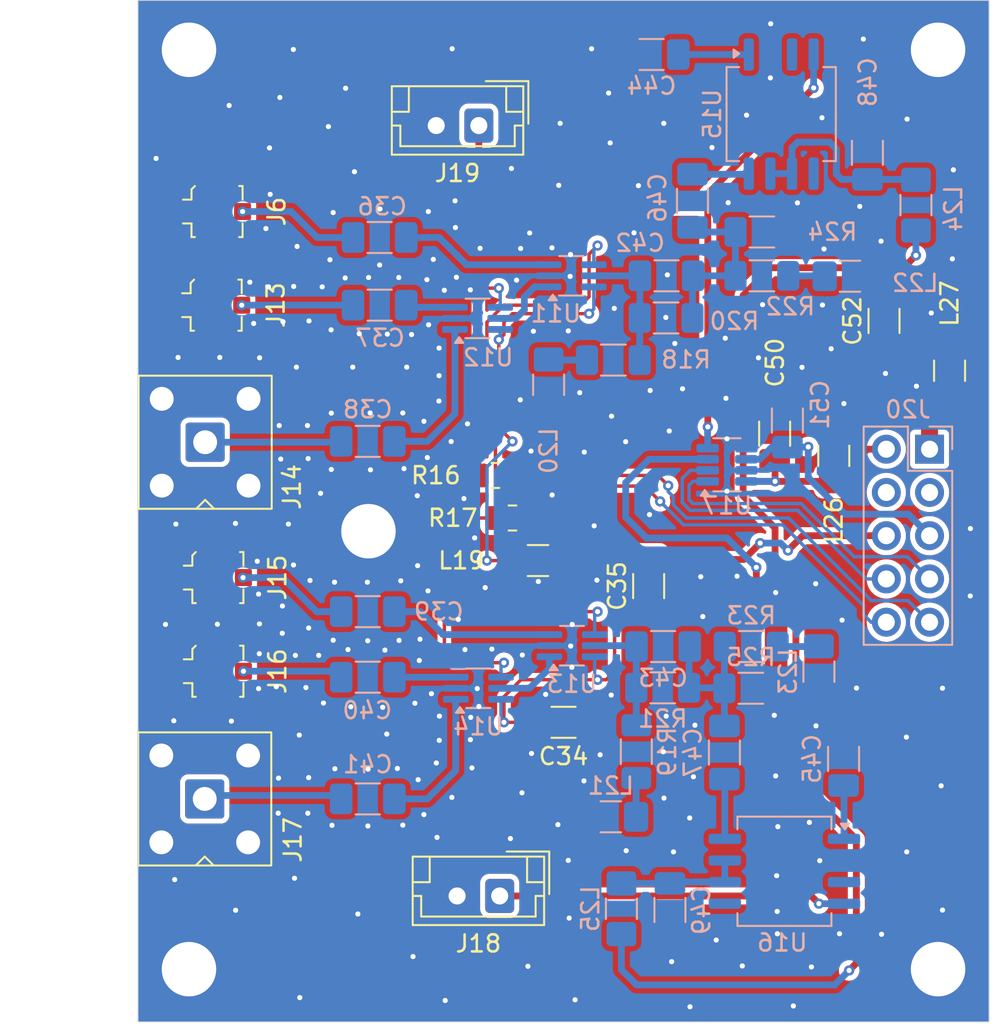
<source format=kicad_pcb>
(kicad_pcb (version 20240108) (generator "pcbnew") (generator_version "8.0")
  (layers (0 "F.Cu" signal) (31 "B.Cu" signal) (34 "B.Paste" user) (35 "F.Paste" user) (36 "B.SilkS" user "B.Silkscreen") (37 "F.SilkS" user "F.Silkscreen") (38 "B.Mask" user) (39 "F.Mask" user) (44 "Edge.Cuts" user))
  (net 0 "")
  (net 1 "GND")
  (net 2 "+3.3V")
  (net 3 "INP_SEL")
  (net 4 "LOG_OUT1")
  (net 5 "LOG_OUT2")
  (net 6 "+5V")
  (net 7 "2,6V REF")
  (net 8 "GNDD")
  (net 9 "Net-(U11-V1)")
  (net 10 "SCL0")
  (net 11 "SDA0")
  (net 12 "Net-(U11-RF2)")
  (net 13 "Net-(U12-RF2)")
  (net 14 "Net-(U12-RF1)")
  (net 15 "Net-(U13-RF2)")
  (net 16 "Net-(U14-RF2)")
  (net 17 "Net-(U14-RF1)")
  (net 18 "Net-(U12-V2)")
  (net 19 "INP_SEL2")
  (net 20 "Net-(U11-V2)")
  (net 21 "Net-(U11-RF1)")
  (net 22 "Net-(U13-RF1)")
  (net 23 "Net-(J6-In)")
  (net 24 "Net-(J13-In)")
  (net 25 "Net-(J14-In)")
  (net 26 "Net-(J15-In)")
  (net 27 "Net-(J16-In)")
  (net 28 "Net-(J17-In)")
  (net 29 "Net-(C42-Pad2)")
  (net 30 "Net-(U11-RFC)")
  (net 31 "Net-(U13-RFC)")
  (net 32 "Net-(C43-Pad2)")
  (net 33 "Net-(U15-INLO)")
  (net 34 "Net-(U16-INLO)")
  (net 35 "Net-(U15-INHI)")
  (net 36 "Net-(U16-INHI)")
  (net 37 "Net-(U15-EN)")
  (net 38 "Net-(U16-EN)")
  (net 39 "Net-(L20-Pad1)")
  (net 40 "Net-(L21-Pad1)")
  (net 41 "Net-(L22-Pad1)")
  (net 42 "Net-(L23-Pad1)")
  (net 47 "VDD")
  (net 48 "CS0")
  (net 49 "CS1")
  (footprint "Connector_Coaxial:U.FL_Molex_MCRF_73412-0110_Vertical" (layer "F.Cu") (at 129.748 105.34 90)
    (property "Reference" "J15")
    (property "Value" "UFL")
  )
  (footprint "Inductor_SMD:L_1206_3216Metric_Pad1.42x1.75mm_HandSolder" (layer "F.Cu") (at 172.725 93.19 -90)
    (property "Reference" "L27")
    (property "Value" "L")
  )
  (footprint "Capacitor_SMD:C_1206_3216Metric_Pad1.33x1.80mm_HandSolder" (layer "F.Cu") (at 155.05 105.84 90)
    (property "Reference" "C35")
    (property "Value" "100n")
  )
  (footprint "Connector_Coaxial:U.FL_Molex_MCRF_73412-0110_Vertical" (layer "F.Cu") (at 129.648 89.34 90)
    (property "Reference" "J13")
    (property "Value" "UFL")
  )
  (footprint "Inductor_SMD:L_1206_3216Metric_Pad1.42x1.75mm_HandSolder" (layer "F.Cu") (at 148.55 104.34 180)
    (property "Reference" "L19")
    (property "Value" "L")
  )
  (footprint "Capacitor_SMD:C_1206_3216Metric_Pad1.33x1.80mm_HandSolder" (layer "F.Cu") (at 162.45 96.89 -90)
    (property "Reference" "C50")
    (property "Value" "100n")
  )
  (footprint "Connector_Coaxial:U.FL_Molex_MCRF_73412-0110_Vertical" (layer "F.Cu") (at 129.748 110.84 90)
    (property "Reference" "J16")
    (property "Value" "UFL")
  )
  (footprint "Connector_Coaxial:U.FL_Molex_MCRF_73412-0110_Vertical" (layer "F.Cu") (at 129.698 83.84 90)
    (property "Reference" "J6")
    (property "Value" "UFL")
  )
  (footprint "Capacitor_SMD:C_1206_3216Metric_Pad1.33x1.80mm_HandSolder" (layer "F.Cu") (at 150.05 113.84 180)
    (property "Reference" "C34")
    (property "Value" "100n")
  )
  (footprint "Connector_JST:JST_EH_B2B-EH-A_1x02_P2.50mm_Vertical" (layer "F.Cu") (at 145.075 78.79 180)
    (property "Reference" "J19")
    (property "Value" "Conn_01x02_Socket")
  )
  (footprint "Connector_Coaxial:SMA_BAT_Wireless_BWSMA-KWE-Z001" (layer "F.Cu") (at 129 97.39 90)
    (property "Reference" "J14")
    (property "Value" "SMA")
  )
  (footprint "Connector_Coaxial:SMA_BAT_Wireless_BWSMA-KWE-Z001" (layer "F.Cu") (at 128.975 118.34 90)
    (property "Reference" "J17")
    (property "Value" "SMA")
  )
  (footprint "Connector_JST:JST_EH_B2B-EH-A_1x02_P2.50mm_Vertical" (layer "F.Cu") (at 146.3 124.04 180)
    (property "Reference" "J18")
    (property "Value" "Conn_01x02_Socket")
  )
  (footprint "Resistor_SMD:R_0805_2012Metric_Pad1.20x1.40mm_HandSolder" (layer "F.Cu") (at 146.05 99.34 180)
    (property "Reference" "R16")
    (property "Value" "1k")
  )
  (footprint "Capacitor_SMD:C_1206_3216Metric_Pad1.33x1.80mm_HandSolder" (layer "F.Cu") (at 168.875 90.265 90)
    (property "Reference" "C52")
    (property "Value" "100n")
  )
  (footprint "Resistor_SMD:R_0805_2012Metric_Pad1.20x1.40mm_HandSolder" (layer "F.Cu") (at 147.05 101.84 180)
    (property "Reference" "R17")
    (property "Value" "1k")
  )
  (footprint "Inductor_SMD:L_1206_3216Metric_Pad1.42x1.75mm_HandSolder" (layer "F.Cu") (at 165.925 98.19 90)
    (property "Reference" "L26")
    (property "Value" "L")
  )
  (footprint "Resistor_SMD:R_1206_3216Metric_Pad1.30x1.75mm_HandSolder" (layer "B.Cu") (at 156.075 90.09)
    (property "Reference" "R20")
    (property "Value" "150R")
  )
  (footprint "Resistor_SMD:R_1206_3216Metric_Pad1.30x1.75mm_HandSolder" (layer "B.Cu") (at 152.975 92.565)
    (property "Reference" "R18")
    (property "Value" "69R8")
  )
  (footprint "Package_TO_SOT_SMD:SOT-363_SC-70-6_Handsoldering" (layer "B.Cu") (at 145.05 111.84)
    (property "Reference" "U14")
    (property "Value" "PE4259")
  )
  (footprint "Inductor_SMD:L_1206_3216Metric_Pad1.42x1.75mm_HandSolder" (layer "B.Cu") (at 153.45 124.79 -90)
    (property "Reference" "L25")
    (property "Value" "L")
  )
  (footprint "Inductor_SMD:L_1206_3216Metric_Pad1.42x1.75mm_HandSolder" (layer "B.Cu") (at 170.75 83.465 -90)
    (property "Reference" "L24")
    (property "Value" "L")
  )
  (footprint "Inductor_SMD:L_1206_3216Metric_Pad1.42x1.75mm_HandSolder" (layer "B.Cu") (at 165.05 110.865 -90)
    (property "Reference" "L23")
    (property "Value" "L")
  )
  (footprint "Capacitor_SMD:C_1206_3216Metric_Pad1.33x1.80mm_HandSolder" (layer "B.Cu") (at 155.225 74.615)
    (property "Reference" "C44")
    (property "Value" "100n")
  )
  (footprint "Connector_PinHeader_2.54mm:PinHeader_2x05_P2.54mm_Vertical" (layer "B.Cu") (at 171.55 97.8 180)
    (property "Reference" "J20")
    (property "Value" "Conn_02x05_Odd_Even" (hide yes))
  )
  (footprint "Capacitor_SMD:C_1206_3216Metric_Pad1.33x1.80mm_HandSolder" (layer "B.Cu") (at 167.9 80.39 -90)
    (property "Reference" "C48")
    (property "Value" "100n")
  )
  (footprint "Package_TO_SOT_SMD:SOT-363_SC-70-6_Handsoldering" (layer "B.Cu") (at 150.55 109.34)
    (property "Reference" "U13")
    (property "Value" "PE4259")
  )
  (footprint "Package_SO:SO-8_5.3x6.2mm_P1.27mm" (layer "B.Cu") (at 163.025 122.59 180)
    (property "Reference" "U16")
    (property "Value" "AD8307")
  )
  (footprint "Resistor_SMD:R_1206_3216Metric_Pad1.30x1.75mm_HandSolder" (layer "B.Cu") (at 154.325 115.565 90)
    (property "Reference" "R19")
    (property "Value" "69R8")
  )
  (footprint "Capacitor_SMD:C_1206_3216Metric_Pad1.33x1.80mm_HandSolder" (layer "B.Cu") (at 166.5 115.99 -90)
    (property "Reference" "C45")
    (property "Value" "100n")
  )
  (footprint "Capacitor_SMD:C_1206_3216Metric_Pad1.33x1.80mm_HandSolder" (layer "B.Cu") (at 163.2 96.115 -90)
    (property "Reference" "C51")
    (property "Value" "100n")
  )
  (footprint "Capacitor_SMD:C_1206_3216Metric_Pad1.33x1.80mm_HandSolder" (layer "B.Cu") (at 159.5 115.615 -90)
    (property "Reference" "C47")
    (property "Value" "100n")
  )
  (footprint "Capacitor_SMD:C_1206_3216Metric_Pad1.33x1.80mm_HandSolder" (layer "B.Cu") (at 156.3 124.865 90)
    (property "Reference" "C49")
    (property "Value" "100n")
  )
  (footprint "Capacitor_SMD:C_1206_3216Metric_Pad1.33x1.80mm_HandSolder" (layer "B.Cu") (at 138.55 111.19)
    (property "Reference" "C40")
    (property "Value" "10n")
  )
  (footprint "Resistor_SMD:R_1206_3216Metric_Pad1.30x1.75mm_HandSolder" (layer "B.Cu") (at 161.05 111.84 180)
    (property "Reference" "R25")
    (property "Value" "52R3")
  )
  (footprint "Capacitor_SMD:C_1206_3216Metric_Pad1.33x1.80mm_HandSolder" (layer "B.Cu") (at 139.25 85.365)
    (property "Reference" "C36")
    (property "Value" "10n")
  )
  (footprint "Resistor_SMD:R_1206_3216Metric_Pad1.30x1.75mm_HandSolder" (layer "B.Cu") (at 161.075 109.39 180)
    (property "Reference" "R23")
    (property "Value" "69R8")
  )
  (footprint "Package_SO:SO-8_5.3x6.2mm_P1.27mm" (layer "B.Cu") (at 162.835 78.115 -90)
    (property "Reference" "U15")
    (property "Value" "AD8307")
  )
  (footprint "Resistor_SMD:R_1206_3216Metric_Pad1.30x1.75mm_HandSolder" (layer "B.Cu") (at 161.7 87.615 180)
    (property "Reference" "R22")
    (property "Value" "69R8")
  )
  (footprint "Capacitor_SMD:C_1206_3216Metric_Pad1.33x1.80mm_HandSolder" (layer "B.Cu") (at 157.625 83.215 90)
    (property "Reference" "C46")
    (property "Value" "100n")
  )
  (footprint "Capacitor_SMD:C_1206_3216Metric_Pad1.33x1.80mm_HandSolder" (layer "B.Cu") (at 156.1 87.615)
    (property "Reference" "C42")
    (property "Value" "10p")
  )
  (footprint "Capacitor_SMD:C_1206_3216Metric_Pad1.33x1.80mm_HandSolder" (layer "B.Cu") (at 138.55 97.34)
    (property "Reference" "C38")
    (property "Value" "10n")
  )
  (footprint "Inductor_SMD:L_1206_3216Metric_Pad1.42x1.75mm_HandSolder" (layer "B.Cu") (at 149.175 94.015 -90)
    (property "Reference" "L20")
    (property "Value" "L")
  )
  (footprint "Capacitor_SMD:C_1206_3216Metric_Pad1.33x1.80mm_HandSolder" (layer "B.Cu") (at 139.25 89.34)
    (property "Reference" "C37")
    (property "Value" "10n")
  )
  (footprint "Capacitor_SMD:C_1206_3216Metric_Pad1.33x1.80mm_HandSolder" (layer "B.Cu") (at 138.55 118.34)
    (property "Reference" "C41")
    (property "Value" "10n")
  )
  (footprint "Resistor_SMD:R_1206_3216Metric_Pad1.30x1.75mm_HandSolder" (layer "B.Cu") (at 161.7 85.04 180)
    (property "Reference" "R24")
    (property "Value" "52R3")
  )
  (footprint "Package_TO_SOT_SMD:TSOT-23-8" (layer "B.Cu") (at 159.65 98.715)
    (property "Reference" "U17")
    (property "Value" "AD7991")
  )
  (footprint "Capacitor_SMD:C_1206_3216Metric_Pad1.33x1.80mm_HandSolder" (layer "B.Cu") (at 138.55 107.34)
    (property "Reference" "C39")
    (property "Value" "10n")
  )
  (footprint "Package_TO_SOT_SMD:SOT-363_SC-70-6_Handsoldering" (layer "B.Cu") (at 145 90.115)
    (property "Reference" "U12")
    (property "Value" "PE4259")
  )
  (footprint "Resistor_SMD:R_1206_3216Metric_Pad1.30x1.75mm_HandSolder" (layer "B.Cu") (at 155.875 111.815)
    (property "Reference" "R21")
    (property "Value" "150R")
  )
  (footprint "Inductor_SMD:L_1206_3216Metric_Pad1.42x1.75mm_HandSolder" (layer "B.Cu") (at 152.825 119.39 180)
    (property "Reference" "L21")
    (property "Value" "L")
  )
  (footprint "Inductor_SMD:L_1206_3216Metric_Pad1.42x1.75mm_HandSolder" (layer "B.Cu") (at 166.875 87.64)
    (property "Reference" "L22")
    (property "Value" "L")
  )
  (footprint "Package_TO_SOT_SMD:SOT-363_SC-70-6_Handsoldering" (layer "B.Cu") (at 150.5 87.615)
    (property "Reference" "U11")
    (property "Value" "PE4259")
  )
  (footprint "Capacitor_SMD:C_1206_3216Metric_Pad1.33x1.80mm_HandSolder" (layer "B.Cu") (at 155.9 109.39)
    (property "Reference" "C43")
    (property "Value" "10p")
  )
  (gr_rect (start 125.05 71.44) (end 175.05 131.44) (stroke (width 0.05)) (fill none) (layer "Edge.Cuts"))
  (gr_text "1-500Mhz" (at 150.65 71.73 180) (layer "F.Cu") (effects (font (size 1 1) (thickness 0.2)) (justify left bottom)))
  (gr_text "REV3.2" (at 174.96 123.14 90) (layer "F.Cu") (effects (font (size 1 1) (thickness 0.2)) (justify left bottom)))
  (gr_text "DJ1YR" (at 144.31 131.28 0) (layer "F.Cu") (effects (font (size 1 1) (thickness 0.25) (bold yes)) (justify left bottom)))
  (via (at 141.21 127.6) (size 0.6) (drill 0.3) (layers "F.Cu" "B.Cu") (net 1))
  (via (at 129.86 92.41) (size 0.6) (drill 0.3) (layers "F.Cu" "B.Cu") (net 1))
  (via (at 137.67 92.98) (size 0.6) (drill 0.3) (layers "F.Cu" "B.Cu") (net 1))
  (via (at 159.72 83.32) (size 0.6) (drill 0.3) (layers "F.Cu" "B.Cu") (net 1))
  (via (at 129.72 108.08) (size 0.6) (drill 0.3) (layers "F.Cu" "B.Cu") (net 1))
  (via (at 172.31 111.84) (size 0.6) (drill 0.3) (layers "F.Cu" "B.Cu") (net 1))
  (via (at 156.06 90.06) (size 0.6) (drill 0.3) (layers "F.Cu" "B.Cu") (net 1))
  (via (at 167.45 83.54) (size 0.6) (drill 0.3) (layers "F.Cu" "B.Cu") (net 1))
  (via (at 133.18 111.75) (size 0.6) (drill 0.3) (layers "F.Cu" "B.Cu") (net 1))
  (via (at 136.62 116.57) (size 0.6) (drill 0.3) (layers "F.Cu" "B.Cu") (net 1))
  (via (at 141.32 112.72) (size 0.6) (drill 0.3) (layers "F.Cu" "B.Cu") (net 1))
  (via (at 140.39 109.03) (size 0.6) (drill 0.3) (layers "F.Cu" "B.Cu") (net 1))
  (via (at 136.45 119.89) (size 0.6) (drill 0.3) (layers "F.Cu" "B.Cu") (net 1))
  (via (at 149.85 78.66) (size 0.6) (drill 0.3) (layers "F.Cu" "B.Cu") (net 1))
  (via (at 127.21 123.08) (size 0.6) (drill 0.3) (layers "F.Cu" "B.Cu") (net 1))
  (via (at 148.14 97.91) (size 0.6) (drill 0.3) (layers "F.Cu" "B.Cu") (net 1))
  (via (at 160.8 78.18) (size 0.6) (drill 0.3) (layers "F.Cu" "B.Cu") (net 1))
  (via (at 142.09 106.12) (size 0.6) (drill 0.3) (layers "F.Cu" "B.Cu") (net 1))
  (via (at 136.52 109.02) (size 0.6) (drill 0.3) (layers "F.Cu" "B.Cu") (net 1))
  (via (at 133.575 90.315) (size 0.6) (drill 0.3) (layers "F.Cu" "B.Cu") (net 1))
  (via (at 141.85 96.16) (size 0.6) (drill 0.3) (layers "F.Cu" "B.Cu") (net 1))
  (via (at 142.4 86.65) (size 0.6) (drill 0.3) (layers "F.Cu" "B.Cu") (net 1))
  (via (at 159.65 97.19) (size 0.6) (drill 0.3) (layers "F.Cu" "B.Cu") (net 1))
  (via (at 150.56 108.09) (size 0.6) (drill 0.3) (layers "F.Cu" "B.Cu") (net 1))
  (via (at 167.66 73.71) (size 0.6) (drill 0.3) (layers "F.Cu" "B.Cu") (net 1))
  (via (at 132.18 109.81) (size 0.6) (drill 0.3) (layers "F.Cu" "B.Cu") (net 1))
  (via (at 133.35 96.41) (size 0.6) (drill 0.3) (layers "F.Cu" "B.Cu") (net 1))
  (via (at 132.725 88.265) (size 0.6) (drill 0.3) (layers "F.Cu" "B.Cu") (net 1))
  (via (at 143.76 87.7) (size 0.6) (drill 0.3) (layers "F.Cu" "B.Cu") (net 1))
  (via (at 144.58 114.86) (size 0.6) (drill 0.3) (layers "F.Cu" "B.Cu") (net 1))
  (via (at 150.38 125.34) (size 0.6) (drill 0.3) (layers "F.Cu" "B.Cu") (net 1))
  (via (at 144.6 113.55) (size 0.6) (drill 0.3) (layers "F.Cu" "B.Cu") (net 1))
  (via (at 162.57 122.85) (size 0.6) (drill 0.3) (layers "F.Cu" "B.Cu") (net 1))
  (via (at 163.79 83.33) (size 0.6) (drill 0.3) (layers "F.Cu" "B.Cu") (net 1))
  (via (at 142.76 113.48) (size 0.6) (drill 0.3) (layers "F.Cu" "B.Cu") (net 1))
  (via (at 165.23 78.33) (size 0.6) (drill 0.3) (layers "F.Cu" "B.Cu") (net 1))
  (via (at 134.36 92.98) (size 0.6) (drill 0.3) (layers "F.Cu" "B.Cu") (net 1))
  (via (at 135.16 105.51) (size 0.6) (drill 0.3) (layers "F.Cu" "B.Cu") (net 1))
  (via (at 166.52 95.12) (size 0.6) (drill 0.3) (layers "F.Cu" "B.Cu") (net 1))
  (via (at 138.55 109.05) (size 0.6) (drill 0.3) (layers "F.Cu" "B.Cu") (net 1))
  (via (at 143.7 84.78) (size 0.6) (drill 0.3) (layers "F.Cu" "B.Cu") (net 1))
  (via (at 172.05 74.34) (size 5) (drill 3.2) (layers "F.Cu" "B.Cu") (net 1))
  (via (at 142.74 93.48) (size 0.6) (drill 0.3) (layers "F.Cu" "B.Cu") (net 1))
  (via (at 127.41 92.41) (size 0.6) (drill 0.3) (layers "F.Cu" "B.Cu") (net 1))
  (via (at 152.7 76.88) (size 0.6) (drill 0.3) (layers "F.Cu" "B.Cu") (net 1))
  (via (at 140.49 105.53) (size 0.6) (drill 0.3) (layers "F.Cu" "B.Cu") (net 1))
  (via (at 170.23 78.41) (size 0.6) (drill 0.3) (layers "F.Cu" "B.Cu") (net 1))
  (via (at 145.08 112.91) (size 0.6) (drill 0.3) (layers "F.Cu" "B.Cu") (net 1))
  (via (at 155.91 115.57) (size 0.6) (drill 0.3) (layers "F.Cu" "B.Cu") (net 1))
  (via (at 138.53 105.61) (size 0.6) (drill 0.3) (layers "F.Cu" "B.Cu") (net 1))
  (via (at 151 94.48) (size 0.6) (drill 0.3) (layers "F.Cu" "B.Cu") (net 1))
  (via (at 139.7 91.04) (size 0.6) (drill 0.3) (layers "F.Cu" "B.Cu") (net 1))
  (via (at 142.05 98.29) (size 0.6) (drill 0.3) (layers "F.Cu" "B.Cu") (net 1))
  (via (at 172.31 124.87) (size 0.6) (drill 0.3) (layers "F.Cu" "B.Cu") (net 1))
  (via (at 141.62 108.96) (size 0.6) (drill 0.3) (layers "F.Cu" "B.Cu") (net 1))
  (via (at 167.26 111.83) (size 0.6) (drill 0.3) (layers "F.Cu" "B.Cu") (net 1))
  (via (at 164.61 128.21) (size 0.6) (drill 0.3) (layers "F.Cu" "B.Cu") (net 1))
  (via (at 137.39 109.57) (size 0.6) (drill 0.3) (layers "F.Cu" "B.Cu") (net 1))
  (via (at 148.28 90.87) (size 0.6) (drill 0.3) (layers "F.Cu" "B.Cu") (net 1))
  (via (at 155.95 118.29) (size 0.6) (drill 0.3) (layers "F.Cu" "B.Cu") (net 1))
  (via (at 138.71 99.01) (size 0.6) (drill 0.3) (layers "F.Cu" "B.Cu") (net 1))
  (via (at 130.79 124.88) (size 0.6) (drill 0.3) (layers "F.Cu" "B.Cu") (net 1))
  (via (at 149 112.2) (size 0.6) (drill 0.3) (layers "F.Cu" "B.Cu") (net 1))
  (via (at 126.12 80.72) (size 0.6) (drill 0.3) (layers "F.Cu" "B.Cu") (net 1))
  (via (at 148.57 105.57) (size 0.6) (drill 0.3) (layers "F.Cu" "B.Cu") (net 1))
  (via (at 136.4 90.79) (size 0.6) (drill 0.3) (layers "F.Cu" "B.Cu") (net 1))
  (via (at 139.27 83.69) (size 0.6) (drill 0.3) (layers "F.Cu" "B.Cu") (net 1))
  (via (at 135.95 112.71) (size 0.6) (drill 0.3) (layers "F.Cu" "B.Cu") (net 1))
  (via (at 155.1 101.64) (size 0.6) (drill 0.3) (layers "F.Cu" "B.Cu") (net 1))
  (via (at 135.03 119.18) (size 0.6) (drill 0.3) (layers "F.Cu" "B.Cu") (net 1))
  (via (at 131.625 87.99) (size 0.6) (drill 0.3) (layers "F.Cu" "B.Cu") (net 1))
  (via (at 164.86 105.7) (size 0.6) (drill 0.3) (layers "F.Cu" "B.Cu") (net 1))
  (via (at 164.88 114.05) (size 0.6) (drill 0.3) (layers "F.Cu" "B.Cu") (net 1))
  (via (at 161.5 92.43) (size 0.6) (drill 0.3) (layers "F.Cu" "B.Cu") (net 1))
  (via (at 135.08 117.09) (size 0.6) (drill 0.3) (layers "F.Cu" "B.Cu") (net 1))
  (via (at 133.31 117.12) (size 0.6) (drill 0.3) (layers "F.Cu" "B.Cu") (net 1))
  (via (at 151.27 97.97) (size 0.6) (drill 0.3) (layers "F.Cu" "B.Cu") (net 1))
  (via (at 132.14 106.31) (size 0.6) (drill 0.3) (layers "F.Cu" "B.Cu") (net 1))
  (via (at 166.26 126.26) (size 0.6) (drill 0.3) (layers "F.Cu" "B.Cu") (net 1))
  (via (at 141.125 91.065) (size 0.6) (drill 0.3) (layers "F.Cu" "B.Cu") (net 1))
  (via (at 136.41 95.68) (size 0.6) (drill 0.3) (layers "F.Cu" "B.Cu") (net 1))
  (via (at 159.65 100.265) (size 0.6) (drill 0.3) (layers "F.Cu" "B.Cu") (net 1))
  (via (at 149.77 82.3) (size 0.6) (drill 0.3) (layers "F.Cu" "B.Cu") (net 1))
  (via (at 144.2 100.7) (size 0.6) (drill 0.3) (layers "F.Cu" "B.Cu") (net 1))
  (via (at 152.85 112.24) (size 0.6) (drill 0.3) (layers "F.Cu" "B.Cu") (net 1))
  (via (at 134.3 109.91) (size 0.6) (drill 0.3) (layers "F.Cu" "B.Cu") (net 1))
  (via (at 147.51 94.9) (size 0.6) (drill 0.3) (layers "F.Cu" "B.Cu") (net 1))
  (via (at 142.58 116.23) (size 0.6) (drill 0.3) (layers "F.Cu" "B.Cu") (net 1))
  (via (at 144.83 103.01) (size 0.6) (drill 0.3) (layers "F.Cu" "B.Cu") (net 1))
  (via (at 153.03 89.53) (size 0.6) (drill 0.3) (layers "F.Cu" "B.Cu") (net 1))
  (via (at 138.56 119.93) (size 0.6) (drill 0.3) (layers "F.Cu" "B.Cu") (net 1))
  (via (at 150.46 86.36) (size 0.6) (drill 0.3) (layers "F.Cu" "B.Cu") (net 1))
  (via (at 168.96 93.35) (size 0.6) (drill 0.3) (layers "F.Cu" "B.Cu") (net 1))
  (via (at 140.68 98.94) (size 0.6) (drill 0.3) (layers "F.Cu" "B.Cu") (net 1))
  (via (at 139.25 86.98) (size 0.6) (drill 0.3) (layers "F.Cu" "B.Cu") (net 1))
  (via (at 127.16 113.75) (size 0.6) (drill 0.3) (layers "F.Cu" "B.Cu") (net 1))
  (via (at 132.14 111.86) (size 0.6) (drill 0.3) (layers "F.Cu" "B.Cu") (net 1))
  (via (at 159.59 94.81) (size 0.6) (drill 0.3) (layers "F.Cu" "B.Cu") (net 1))
  (via (at 170.19 114.71) (size 0.6) (drill 0.3) (layers "F.Cu" "B.Cu") (net 1))
  (via (at 162.2 75.99) (size 0.6) (drill 0.3) (layers "F.Cu" "B.Cu") (net 1))
  (via (at 162.51 116.99) (size 0.6) (drill 0.3) (layers "F.Cu" "B.Cu") (net 1))
  (via (at 140.375 87.715) (size 0.6) (drill 0.3) (layers "F.Cu" "B.Cu") (net 1))
  (via (at 130.41 77.61) (size 0.6) (drill 0.3) (layers "F.Cu" "B.Cu") (net 1))
  (via (at 140.61 119.88) (size 0.6) (drill 0.3) (layers "F.Cu" "B.Cu") (net 1))
  (via (at 173.94 106.42) (size 0.6) (drill 0.3) (layers "F.Cu" "B.Cu") (net 1))
  (via (at 133.54 107.01) (size 0.6) (drill 0.3) (layers "F.Cu" "B.Cu") (net 1))
  (via (at 139.67 114.53) (size 0.6) (drill 0.3) (layers "F.Cu" "B.Cu") (net 1))
  (via (at 142.29 112.16) (size 0.6) (drill 0.3) (layers "F.Cu" "B.Cu") (net 1))
  (via (at 172.23 117.57) (size 0.6) (drill 0.3) (layers "F.Cu" "B.Cu") (net 1))
  (via (at 172.05 128.34) (size 5) (drill 3.2) (layers "F.Cu" "B.Cu") (net 1))
  (via (at 142.74 91.86) (size 0.6) (drill 0.3) (layers "F.Cu" "B.Cu") (net 1))
  (via (at 133.39 77.14) (size 0.6) (drill 0.3) (layers "F.Cu" "B.Cu") (net 1))
  (via (at 137.56 112.93) (size 0.6) (drill 0.3) (layers "F.Cu" "B.Cu") (net 1))
  (via (at 144.67 116.52) (size 0.6) (drill 0.3) (layers "F.Cu" "B.Cu") (net 1))
  (via (at 166.41 107.84) (size 0.6) (drill 0.3) (layers "F.Cu" "B.Cu") (net 1))
  (via (at 128.05 74.34) (size 5) (drill 3.2) (layers "F.Cu" "B.Cu") (net 1))
  (via (at 137.25 76.6) (size 0.6) (drill 0.3) (layers "F.Cu" "B.Cu") (net 1))
  (via (at 158.77 80.08) (size 0.6) (drill 0.3) (layers "F.Cu" "B.Cu") (net 1))
  (via (at 137.225 87.74) (size 0.6) (drill 0.3) (layers "F.Cu" "B.Cu") (net 1))
  (via (at 136.24 78.85) (size 0.6) (drill 0.3) (layers "F.Cu" "B.Cu") (net 1))
  (via (at 150.73 130.14) (size 0.6) (drill 0.3) (layers "F.Cu" "B.Cu") (net 1))
  (via (at 143.51 74.28) (size 0.6) (drill 0.3) (layers "F.Cu" "B.Cu") (net 1))
  (via (at 142.73 94.97) (size 0.6) (drill 0.3) (layers "F.Cu" "B.Cu") (net 1))
  (via (at 164.49 119.72) (size 0.6) (drill 0.3) (layers "F.Cu" "B.Cu") (net 1))
  (via (at 152.87 95.86) (size 0.6) (drill 0.3) (layers "F.Cu" "B.Cu") (net 1))
  (via (at 151.7 74.28) (size 0.6) (drill 0.3) (layers "F.Cu" "B.Cu") (net 1))
  (via (at 162.61 126.26) (size 0.6) (drill 0.3) (layers "F.Cu" "B.Cu") (net 1))
  (via (at 133.89 102.2) (size 0.6) (drill 0.3) (layers "F.Cu" "B.Cu") (net 1))
  (via (at 136.41 98.99) (size 0.6) (drill 0.3) (layers "F.Cu" "B.Cu") (net 1))
  (via (at 149.37 85.97) (size 0.6) (drill 0.3) (layers "F.Cu" "B.Cu") (net 1))
  (via (at 150.44 87.65) (size 0.6) (drill 0.3) (layers "F.Cu" "B.Cu") (net 1))
  (via (at 135.67 109.91) (size 0.6) (drill 0.3) (layers "F.Cu" "B.Cu") (net 1))
  (via (at 138.57 116.59) (size 0.6) (drill 0.3) (layers "F.Cu" "B.Cu") (net 1))
  (via (at 156.15 87.56) (size 0.6) (drill 0.3) (layers "F.Cu" "B.Cu") (net 1))
  (via (at 153.73 121.38) (size 0.6) (drill 0.3) (layers "F.Cu" "B.Cu") (net 1))
  (via (at 147.63 109.89) (size 0.6) (drill 0.3) (layers "F.Cu" "B.Cu") (net 1))
  (via (at 134.19 104.6) (size 0.6) (drill 0.3) (layers "F.Cu" "B.Cu") (net 1))
  (via (at 132.19 108.06) (size 0.6) (drill 0.3) (layers "F.Cu" "B.Cu") (net 1))
  (via (at 134.18 74.32) (size 0.6) (drill 0.3) (layers "F.Cu" "B.Cu") (net 1))
  (via (at 170.21 121.45) (size 0.6) (drill 0.3) (layers "F.Cu" "B.Cu") (net 1))
  (via (at 130.54 113.77) (size 0.6) (drill 0.3) (layers "F.Cu" "B.Cu") (net 1))
  (via (at 155.94 78.66) (size 0.6) (drill 0.3) (layers "F.Cu" "B.Cu") (net 1))
  (via (at 137.77 81.5) (size 0.6) (drill 0.3) (layers "F.Cu" "B.Cu") (net 1))
  (via (at 155.14 94.35) (size 0.6) (drill 0.3) (layers "F.Cu" "B.Cu") (net 1))
  (via (at 158.11 105.29) (size 0.6) (drill 0.3) (layers "F.Cu" "B.Cu") (net 1))
  (via (at 154.19 85.09) (size 0.6) (drill 0.3) (layers "F.Cu" "B.Cu") (net 1))
  (via (at 147.96 128.17) (size 0.6) (drill 0.3) (layers "F.Cu" "B.Cu") (net 1))
  (via (at 162.51 106.22) (size 0.6) (drill 0.3) (layers "F.Cu" "B.Cu") (net 1))
  (via (at 145.15 86) (size 0.6) (drill 0.3) (layers "F.Cu" "B.Cu") (net 1))
  (via (at 141.51 117.21) (size 0.6) (drill 0.3) (layers "F.Cu" "B.Cu") (net 1))
  (via (at 132.82 82.83) (size 0.6) (drill 0.3) (layers "F.Cu" "B.Cu") (net 1))
  (via (at 156.26 96.73) (size 0.6) (drill 0.3) (layers "F.Cu" "B.Cu") (net 1))
  (via (at 147.61 117.98) (size 0.6) (drill 0.3) (layers "F.Cu" "B.Cu") (net 1))
  (via (at 142.62 120.6) (size 0.6) (drill 0.3) (layers "F.Cu" "B.Cu") (net 1))
  (via (at 146.93 120.67) (size 0.6) (drill 0.3) (layers "F.Cu" "B.Cu") (net 1))
  (via (at 141.48 104.64) (size 0.6) (drill 0.3) (layers "F.Cu" "B.Cu") (net 1))
  (via (at 144.575 88.44) (size 0.6) (drill 0.3) (layers "F.Cu" "B.Cu") (net 1))
  (via (at 134.53 114.59) (size 0.6) (drill 0.3) (layers "F.Cu" "B.Cu") (net 1))
  (via (at 138.69 95.67) (size 0.6) (drill 0.3) (layers "F.Cu" "B.Cu") (net 1))
  (via (at 160.24 105.26) (size 0.6) (drill 0.3) (layers "F.Cu" "B.Cu") (net 1))
  (via (at 132.2 92.43) (size 0.6) (drill 0.3) (layers "F.Cu" "B.Cu") (net 1))
  (via (at 170.78 94.1) (size 0.6) (drill 0.3) (layers "F.Cu" "B.Cu") (net 1))
  (via (at 145.84 109.54) (size 0.6) (drill 0.3) (layers "F.Cu" "B.Cu") (net 1))
  (via (at 133.44 98.38) (size 0.6) (drill 0.3) (layers "F.Cu" "B.Cu") (net 1))
  (via (at 135.875 88.265) (size 0.6) (drill 0.3) (layers "F.Cu" "B.Cu") (net 1))
  (via (at 140.61 95.67) (size 0.6) (drill 0.3) (layers "F.Cu" "B.Cu") (net 1))
  (via (at 152.2 115.75) (size 0.6) (drill 0.3) (layers "F.Cu" "B.Cu") (net 1))
  (via (at 139.56 109.6) (size 0.6) (drill 0.3) (layers "F.Cu" "B.Cu") (net 1))
  (via (at 156.51 121.45) (size 0.6) (drill 0.3) (layers "F.Cu" "B.Cu") (net 1))
  (via (at 158.23 107.63) (size 0.6) (drill 0.3) (layers "F.Cu" "B.Cu") (net 1))
  (via (at 152.01 105.49) (size 0.6) (drill 0.3) (layers "F.Cu" "B.Cu") (net 1))
  (via (at 157.48 130.55) (size 0.6) (drill 0.3) (layers "F.Cu" "B.Cu") (net 1))
  (via (at 168.73 126.29) (size 0.6) (drill 0.3) (layers "F.Cu" "B.Cu") (net 1))
  (via (at 142.025 87.84) (size 0.6) (drill 0.3) (layers "F.Cu" "B.Cu") (net 1))
  (via (at 134.56 130.01) (size 0.6) (drill 0.3) (layers "F.Cu" "B.Cu") (net 1))
  (via (at 135.08 108.3) (size 0.6) (drill 0.3) (layers "F.Cu" "B.Cu") (net 1))
  (via (at 146.99 81.31) (size 0.6) (drill 0.3) (layers "F.Cu" "B.Cu") (net 1))
  (via (at 151.25 117.28) (size 0.6) (drill 0.3) (layers "F.Cu" "B.Cu") (net 1))
  (via (at 142.11 83.84) (size 0.6) (drill 0.3) (layers "F.Cu" "B.Cu") (net 1))
  (via (at 150.33 90.85) (size 0.6) (drill 0.3) (layers "F.Cu" "B.Cu") (net 1))
  (via (at 150.33 121.95) (size 0.6) (drill 0.3) (layers "F.Cu" "B.Cu") (net 1))
  (via (at 138.05 91.015) (size 0.6) (drill 0.3) (layers "F.Cu" "B.Cu") (net 1))
  (via (at 145.45 105.93) (size 0.6) (drill 0.3) (layers "F.Cu" "B.Cu") (net 1))
  (via (at 134.92 111.8) (size 0.6) (drill 0.3) (layers "F.Cu" "B.Cu") (net 1))
  (via (at 140.29 116.55) (size 0.6) (drill 0.3) (layers "F.Cu" "B.Cu") (net 1))
  (via (at 165.1 121.965) (size 0.6) (drill 0.3) (layers "F.Cu" "B.Cu") (net 1))
  (via (at 142.75 114.9) (size 0.6) (drill 0.3) (layers "F.Cu" "B.Cu") (net 1))
  (via (at 156.08 113.48) (size 0.6) (drill 0.3) (layers "F.Cu" "B.Cu") (net 1))
  (via (at 137.97 125.1) (size 0.6) (drill 0.3) (layers "F.Cu" "B.Cu") (net 1))
  (via (at 143.05 88.465) (size 0.6) (drill 0.3) (layers "F.Cu" "B.Cu") (net 1))
  (via (at 161.74 89.31) (size 0.6) (drill 0.3) (layers "F.Cu" "B.Cu") (net 1))
  (via (at 134.4 85.89) (size 0.6) (drill 0.3) (layers "F.Cu" "B.Cu") (net 1))
  (via (at 148.06 85.1) (size 0.6) (drill 0.3) (layers "F.Cu" "B.Cu") (net 1))
  (via (at 133.53 108.61) (size 0.6) (drill 0.3) (layers "F.Cu" "B.Cu") (net 1))
  (via (at 143.68 83.21) (size 0.6) (drill 0.3) (layers "F.Cu" "B.Cu") (net 1))
  (via (at 135.1 90.265) (size 0.6) (drill 0.3) (layers "F.Cu" "B.Cu") (net 1))
  (via (at 171.65 89.8) (size 0.6) (drill 0.3) (layers "F.Cu" "B.Cu") (net 1))
  (via (at 150.54 110.61) (size 0.6) (drill 0.3) (layers "F.Cu" "B.Cu") (net 1))
  (via (at 149.72 119.85) (size 0.6) (drill 0.3) (layers "F.Cu" "B.Cu") (net 1))
  (via (at 134.2 88.24) (size 0.6) (drill 0.3) (layers "F.Cu" "B.Cu") (net 1))
  (via (at 135.05 98.35) (size 0.6) (drill 0.3) (layers "F.Cu" "B.Cu") (net 1))
  (via (at 138.6 87.715) (size 0.6) (drill 0.3) (layers "F.Cu" "B.Cu") (net 1))
  (via (at 150.47 109.36) (size 0.6) (drill 0.3) (layers "F.Cu" "B.Cu") (net 1))
  (via (at 173.95 102.46) (size 0.6) (drill 0.3) (layers "F.Cu" "B.Cu") (net 1))
  (via (at 141.46 100.53) (size 0.6) (drill 0.3) (layers "F.Cu" "B.Cu") (net 1))
  (via (at 138.591932 102.614999) (size 5) (drill 3.2) (layers "F.Cu" "B.Cu") (net 1))
  (via (at 140.84 92.98) (size 0.6) (drill 0.3) (layers "F.Cu" "B.Cu") (net 1))
  (via (at 163.55 130.5) (size 0.6) (drill 0.3) (layers "F.Cu" "B.Cu") (net 1))
  (via (at 147.53 86.01) (size 0.6) (drill 0.3) (layers "F.Cu" "B.Cu") (net 1))
  (via (at 172.95 81.39) (size 0.6) (drill 0.3) (layers "F.Cu" "B.Cu") (net 1))
  (via (at 143.49 118.25) (size 0.6) (drill 0.3) (layers "F.Cu" "B.Cu") (net 1))
  (via (at 165.35 86.04) (size 0.6) (drill 0.3) (layers "F.Cu" "B.Cu") (net 1))
  (via (at 164.06 92.99) (size 0.6) (drill 0.3) (layers "F.Cu" "B.Cu") (net 1))
  (via (at 132.06 104.38) (size 0.6) (drill 0.3) (layers "F.Cu" "B.Cu") (net 1))
  (via (at 144.41 96.31) (size 0.6) (drill 0.3) (layers "F.Cu" "B.Cu") (net 1))
  (via (at 153.7 97.36) (size 0.6) (drill 0.3) (layers "F.Cu" "B.Cu") (net 1))
  (via (at 135.78 100.39) (size 0.6) (drill 0.3) (layers "F.Cu" "B.Cu") (net 1))
  (via (at 147.29 87.87) (size 0.6) (drill 0.3) (layers "F.Cu" "B.Cu") (net 1))
  (via (at 131.85 90.415) (size 0.6) (drill 0.3) (layers "F.Cu" "B.Cu") (net 1))
  (via (at 156.4 127.9) (size 0.6) (drill 0.3) (layers "F.Cu" "B.Cu") (net 1))
  (via (at 128.05 128.34) (size 5) (drill 3.2) (layers "F.Cu" "B.Cu") (net 1))
  (via (at 168.7 85.58) (size 0.6) (drill 0.3) (layers "F.Cu" "B.Cu") (net 1))
  (via (at 132.57 84.84) (size 0.6) (drill 0.3) (layers "F.Cu" "B.Cu") (net 1))
  (via (at 136.52 83.9) (size 0.6) (drill 0.3) (layers "F.Cu" "B.Cu") (net 1))
  (via (at 162.43 113.43) (size 0.6) (drill 0.3) (layers "F.Cu" "B.Cu") (net 1))
  (via (at 159.02 126.63) (size 0.6) (drill 0.3) (layers "F.Cu" "B.Cu") (net 1))
  (via (at 132.78 80.1) (size 0.6) (drill 0.3) (layers "F.Cu" "B.Cu") (net 1))
  (via (at 157.46 119.46) (size 0.6) (drill 0.3) (layers "F.Cu" "B.Cu") (net 1))
  (via (at 162.64 119.97) (size 0.6) (drill 0.3) (layers "F.Cu" "B.Cu") (net 1))
  (via (at 152.79 79.81) (size 0.6) (drill 0.3) (layers "F.Cu" "B.Cu") (net 1))
  (via (at 165.77 91.9) (size 0.6) (drill 0.3) (layers "F.Cu" "B.Cu") (net 1))
  (via (at 139.43 112.96) (size 0.6) (drill 0.3) (layers "F.Cu" "B.Cu") (net 1))
  (via (at 127.28 102.2) (size 0.6) (drill 0.3) (layers "F.Cu" "B.Cu") (net 1))
  (via (at 144.26 109.57) (size 0.6) (drill 0.3) (layers "F.Cu" "B.Cu") (net 1))
  (via (at 148.17 115.67) (size 0.6) (drill 0.3) (layers "F.Cu" "B.Cu") (net 1))
  (via (at 144.98 111.86) (size 0.6) (drill 0.3) (layers "F.Cu" "B.Cu") (net 1))
  (via (at 172.89 86.62) (size 0.6) (drill 0.3) (layers "F.Cu" "B.Cu") (net 1))
  (via (at 157.68 117.04) (size 0.6) (drill 0.3) (layers "F.Cu" "B.Cu") (net 1))
  (via (at 156.59 91.59) (size 0.6) (drill 0.3) (layers "F.Cu" "B.Cu") (net 1))
  (via (at 159.55 91.28) (size 0.6) (drill 0.3) (layers "F.Cu" "B.Cu") (net 1))
  (via (at 151.85 102.3) (size 0.6) (drill 0.3) (layers "F.Cu" "B.Cu") (net 1))
  (via (at 142.125 90.49) (size 0.6) (drill 0.3) (layers "F.Cu" "B.Cu") (net 1))
  (via (at 133.29 119.18) (size 0.6) (drill 0.3) (layers "F.Cu" "B.Cu") (net 1))
  (via (at 130.78 102.16) (size 0.6) (drill 0.3) (layers "F.Cu" "B.Cu") (net 1))
  (via (at 160.55 128.15) (size 0.6) (drill 0.3) (layers "F.Cu" "B.Cu") (net 1))
  (via (at 136.33 86.67) (size 0.6) (drill 0.3) (layers "F.Cu" "B.Cu") (net 1))
  (via (at 154.45 82.32) (size 0.6) (drill 0.3) (layers "F.Cu" "B.Cu") (net 1))
  (via (at 162.6 124.95) (size 0.6) (drill 0.3) (layers "F.Cu" "B.Cu") (net 1))
  (via (at 136.6 105.61) (size 0.6) (drill 0.3) (layers "F.Cu" "B.Cu") (net 1))
  (via (at 141.58 110.21) (size 0.6) (drill 0.3) (layers "F.Cu" "B.Cu") (net 1))
  (via (at 157.77 114.01) (size 0.6) (drill 0.3) (layers "F.Cu" "B.Cu") (net 1))
  (via (at 126.67 108.09) (size 0.6) (drill 0.3) (layers "F.Cu" "B.Cu") (net 1))
  (via (at 135.01 96.41) (size 0.6) (drill 0.3) (layers "F.Cu" "B.Cu") (net 1))
  (via (at 165.26 89.33) (size 0.6) (drill 0.3) (layers "F.Cu" "B.Cu") (net 1))
  (via (at 134.25 123) (size 0.6) (drill 0.3) (layers "F.Cu" "B.Cu") (net 1))
  (via (at 141.85 119.26) (size 0.6) (drill 0.3) (layers "F.Cu" "B.Cu") (net 1))
  (via (at 143.45 97.35) (size 0.6) (drill 0.3) (layers "F.Cu" "B.Cu") (net 1))
  (via (at 157.04 94.25) (size 0.6) (drill 0.3) (layers "F.Cu" "B.Cu") (net 1))
  (via (at 149.38 100.49) (size 0.6) (drill 0.3) (layers "F.Cu" "B.Cu") (net 1))
  (via (at 162.22 72.81) (size 0.6) (drill 0.3) (layers "F.Cu" "B.Cu") (net 1))
  (via (at 143.87 107.8) (size 0.6) (drill 0.3) (layers "F.Cu" "B.Cu") (net 1))
  (via (at 143.1 130.18) (size 0.6) (drill 0.3) (layers "F.Cu" "B.Cu") (net 1))
  (segment (start 154.9875 104.34) (end 155.05 104.2775) (width 0.2) (layer "F.Cu") (net 2))
  (segment (start 164.1 102.88) (end 169.01 102.88) (width 0.4) (layer "F.Cu") (net 2))
  (segment (start 160.6375 104.2775) (end 155.05 104.2775) (width 0.4) (layer "F.Cu") (net 2))
  (segment (start 163.2325 103.7475) (end 164.1 102.88) (width 0.4) (layer "F.Cu") (net 2))
  (segment (start 161.6 103.315) (end 160.6375 104.2775) (width 0.4) (layer "F.Cu") (net 2))
  (segment (start 169.01 102.88) (end 169.515 102.88) (width 0.2) (layer "F.Cu") (net 2))
  (segment (start 150.0375 104.34) (end 154.9875 104.34) (width 0.4) (layer "F.Cu") (net 2))
  (via (at 161.6 103.315) (size 0.6) (drill 0.3) (layers "F.Cu" "B.Cu") (net 2))
  (via (at 163.2325 103.7475) (size 0.6) (drill 0.3) (layers "F.Cu" "B.Cu") (net 2))
  (segment (start 161.6 103.315) (end 162.8 103.315) (width 0.4) (layer "B.Cu") (net 2))
  (segment (start 162.8 103.315) (end 163.2325 103.7475) (width 0.4) (layer "B.Cu") (net 2))
  (segment (start 147.05 99.34) (end 155.6 99.34) (width 0.2) (layer "F.Cu") (net 3))
  (segment (start 155.6 99.34) (end 156.2 99.94) (width 0.2) (layer "F.Cu") (net 3))
  (via (at 156.2 99.94) (size 0.6) (drill 0.3) (layers "F.Cu" "B.Cu") (net 3))
  (segment (start 156.5 100.59) (end 156.5 101.065) (width 0.2) (layer "B.Cu") (net 3))
  (segment (start 170.28 106.69) (end 171.55 107.96) (width 0.2) (layer "B.Cu") (net 3))
  (segment (start 168.125 106.69) (end 170.28 106.69) (width 0.2) (layer "B.Cu") (net 3))
  (segment (start 157.275 101.84) (end 163.275 101.84) (width 0.2) (layer "B.Cu") (net 3))
  (segment (start 163.275 101.84) (end 168.125 106.69) (width 0.2) (layer "B.Cu") (net 3))
  (segment (start 156.2 99.94) (end 156.2 100.29) (width 0.2) (layer "B.Cu") (net 3))
  (segment (start 156.2 100.29) (end 156.5 100.59) (width 0.2) (layer "B.Cu") (net 3))
  (segment (start 156.5 101.065) (end 157.275 101.84) (width 0.2) (layer "B.Cu") (net 3))
  (segment (start 158.525 96.49) (end 158.525 83.59) (width 0.4) (layer "F.Cu") (net 4))
  (segment (start 145.075 81.365) (end 147.3 83.59) (width 0.4) (layer "F.Cu") (net 4))
  (segment (start 147.3 83.59) (end 158.525 83.59) (width 0.4) (layer "F.Cu") (net 4))
  (segment (start 158.525 83.59) (end 158.525 82.795) (width 0.4) (layer "F.Cu") (net 4))
  (segment (start 158.525 82.795) (end 164.74 76.58) (width 0.4) (layer "F.Cu") (net 4))
  (segment (start 145.075 78.79) (end 145.075 81.365) (width 0.4) (layer "F.Cu") (net 4))
  (via (at 164.74 76.58) (size 0.6) (drill 0.3) (layers "F.Cu" "B.Cu") (net 4))
  (via (at 158.525 96.49) (size 0.6) (drill 0.3) (layers "F.Cu" "B.Cu") (net 4))
  (segment (start 164.74 74.615) (end 164.74 76.58) (width 0.4) (layer "B.Cu") (net 4))
  (segment (start 164.75 76.59) (end 164.74 76.58) (width 0.4) (layer "B.Cu") (net 4))
  (segment (start 158.5125 96.5025) (end 158.525 96.49) (width 0.4) (layer "B.Cu") (net 4))
  (segment (start 158.5125 97.74) (end 158.5125 96.5025) (width 0.4) (layer "B.Cu") (net 4))
  (segment (start 164.6 124.04) (end 165.05 124.49) (width 0.4) (layer "F.Cu") (net 5))
  (segment (start 161.5 124.04) (end 164.6 124.04) (width 0.4) (layer "F.Cu") (net 5))
  (segment (start 161.375 104.74) (end 161.375 123.915) (width 0.4) (layer "F.Cu") (net 5))
  (segment (start 146.3 124.04) (end 161.5 124.04) (width 0.4) (layer "F.Cu") (net 5))
  (segment (start 161.375 123.915) (end 161.5 124.04) (width 0.4) (layer "F.Cu") (net 5))
  (via (at 165.05 124.49) (size 0.6) (drill 0.3) (layers "F.Cu" "B.Cu") (net 5))
  (via (at 161.375 104.74) (size 0.6) (drill 0.3) (layers "F.Cu" "B.Cu") (net 5))
  (segment (start 166.525 124.495) (end 165.055 124.495) (width 0.4) (layer "B.Cu") (net 5))
  (segment (start 154.925 103.015) (end 159.65 103.015) (width 0.4) (layer "B.Cu") (net 5))
  (segment (start 158.5125 98.39) (end 155.075 98.39) (width 0.4) (layer "B.Cu") (net 5))
  (segment (start 165.05 124.49) (end 165.055 124.495) (width 0.4) (layer "B.Cu") (net 5))
  (segment (start 153.7 101.79) (end 154.925 103.015) (width 0.4) (layer "B.Cu") (net 5))
  (segment (start 155.075 98.39) (end 153.7 99.765) (width 0.4) (layer "B.Cu") (net 5))
  (segment (start 153.7 99.765) (end 153.7 101.79) (width 0.4) (layer "B.Cu") (net 5))
  (segment (start 159.65 103.015) (end 161.375 104.74) (width 0.4) (layer "B.Cu") (net 5))
  (segment (start 162.475 99.69) (end 162.475 98.5275) (width 0.4) (layer "F.Cu") (net 6))
  (segment (start 162.475 98.5275) (end 162.4 98.4525) (width 0.4) (layer "F.Cu") (net 6))
  (segment (start 167.4 99.4) (end 167.4 98.3) (width 0.4) (layer "F.Cu") (net 6))
  (segment (start 167.1225 99.6775) (end 167.4 99.4) (width 0.4) (layer "F.Cu") (net 6))
  (segment (start 167.25 120.715) (end 167.25 127.99) (width 0.4) (layer "F.Cu") (net 6))
  (segment (start 167.4 98.3) (end 167.9 97.8) (width 0.4) (layer "F.Cu") (net 6))
  (segment (start 160.6 99.74) (end 160.6 100.55) (width 0.4) (layer "F.Cu") (net 6))
  (segment (start 162.225 87.14) (end 160.6 88.765) (width 0.4) (layer "F.Cu") (net 6))
  (segment (start 162.475 102.425) (end 162.475 104.19) (width 0.4) (layer "F.Cu") (net 6))
  (segment (start 170.75 86.415) (end 170.025 87.14) (width 0.4) (layer "F.Cu") (net 6))
  (segment (start 160.65 99.69) (end 160.6 99.74) (width 0.4) (layer "F.Cu") (net 6))
  (segment (start 170.025 87.14) (end 168.875 87.14) (width 0.4) (layer "F.Cu") (net 6))
  (segment (start 163.7 117.165) (end 167.25 120.715) (width 0.4) (layer "F.Cu") (net 6))
  (segment (start 160.6 88.765) (end 160.6 99.74) (width 0.4) (layer "F.Cu") (net 6))
  (segment (start 165.9125 99.69) (end 165.925 99.6775) (width 0.4) (layer "F.Cu") (net 6))
  (segment (start 165.925 99.6775) (end 167.1225 99.6775) (width 0.4) (layer "F.Cu") (net 6))
  (segment (start 167.9 97.8) (end 169.01 97.8) (width 0.4) (layer "F.Cu") (net 6))
  (segment (start 168.875 88.7025) (end 168.875 87.14) (width 0.4) (layer "F.Cu") (net 6))
  (segment (start 162.475 99.69) (end 160.65 99.69) (width 0.4) (layer "F.Cu") (net 6))
  (segment (start 167.25 127.99) (end 166.825 128.415) (width 0.4) (layer "F.Cu") (net 6))
  (segment (start 163.7 105.415) (end 163.7 117.165) (width 0.4) (layer "F.Cu") (net 6))
  (segment (start 160.6 100.55) (end 162.475 102.425) (width 0.4) (layer "F.Cu") (net 6))
  (segment (start 168.875 87.14) (end 162.225 87.14) (width 0.4) (layer "F.Cu") (net 6))
  (segment (start 162.475 99.69) (end 165.9125 99.69) (width 0.4) (layer "F.Cu") (net 6))
  (segment (start 162.475 104.19) (end 163.7 105.415) (width 0.4) (layer "F.Cu") (net 6))
  (via (at 166.825 128.415) (size 0.6) (drill 0.3) (layers "F.Cu" "B.Cu") (net 6))
  (via (at 170.75 86.415) (size 0.6) (drill 0.3) (layers "F.Cu" "B.Cu") (net 6))
  (via (at 162.475 99.69) (size 0.6) (drill 0.3) (layers "F.Cu" "B.Cu") (net 6))
  (segment (start 154.35 129.265) (end 165.975 129.265) (width 0.4) (layer "B.Cu") (net 6))
  (segment (start 153.45 128.365) (end 154.35 129.265) (width 0.4) (layer "B.Cu") (net 6))
  (segment (start 165.975 129.265) (end 166.825 128.415) (width 0.4) (layer "B.Cu") (net 6))
  (segment (start 160.7875 99.69) (end 162.475 99.69) (width 0.4) (layer "B.Cu") (net 6))
  (segment (start 170.75 84.9525) (end 170.75 86.415) (width 0.4) (layer "B.Cu") (net 6))
  (segment (start 153.45 126.2775) (end 153.45 128.365) (width 0.4) (layer "B.Cu") (net 6))
  (via (at 164.425 97.665) (size 0.6) (drill 0.3) (layers "F.Cu" "B.Cu") (net 7))
  (segment (start 163.2 97.6775) (end 164.4125 97.6775) (width 0.4) (layer "B.Cu") (net 7))
  (segment (start 166.575 101.615) (end 164.425 99.465) (width 0.4) (layer "B.Cu") (net 7))
  (segment (start 160.7875 98.39) (end 161.575 98.39) (width 0.4) (layer "B.Cu") (net 7))
  (segment (start 164.4125 97.6775) (end 164.425 97.665) (width 0.4) (layer "B.Cu") (net 7))
  (segment (start 171.55 102.865) (end 170.3 101.615) (width 0.4) (layer "B.Cu") (net 7))
  (segment (start 164.425 99.465) (end 164.425 97.665) (width 0.4) (layer "B.Cu") (net 7))
  (segment (start 161.575 98.39) (end 162.2875 97.6775) (width 0.4) (layer "B.Cu") (net 7))
  (segment (start 170.3 101.615) (end 166.575 101.615) (width 0.4) (layer "B.Cu") (net 7))
  (segment (start 162.2875 97.6775) (end 163.2 97.6775) (width 0.4) (layer "B.Cu") (net 7))
  (segment (start 171.55 102.88) (end 171.55 102.865) (width 0.4) (layer "B.Cu") (net 7))
  (segment (start 171.55 97.8) (end 171.55 95.8525) (width 1) (layer "F.Cu") (net 8))
  (segment (start 171.55 95.8525) (end 172.725 94.6775) (width 1) (layer "F.Cu") (net 8))
  (segment (start 147.55 106.34) (end 147.05 105.84) (width 0.2) (layer "F.Cu") (net 9))
  (segment (start 146.55 112.34) (end 147.55 111.34) (width 0.2) (layer "F.Cu") (net 9))
  (segment (start 147.05 89.84) (end 146.55 90.34) (width 0.2) (layer "F.Cu") (net 9))
  (segment (start 153.05 107.34) (end 152.05 106.34) (width 0.2) (layer "F.Cu") (net 9))
  (segment (start 147.05 105.84) (end 147.0625 105.8275) (width 0.2) (layer "F.Cu") (net 9))
  (segment (start 147.55 111.34) (end 152.05 111.34) (width 0.2) (layer "F.Cu") (net 9))
  (segment (start 152.05 111.34) (end 152.55 111.34) (width 0.2) (layer "F.Cu") (net 9))
  (segment (start 147.0625 104.34) (end 145.55 104.34) (width 0.2) (layer "F.Cu") (net 9))
  (segment (start 146.55 113.84) (end 148.4875 113.84) (width 0.2) (layer "F.Cu") (net 9))
  (segment (start 146.55 96.84) (end 147.05 97.34) (width 0.2) (layer "F.Cu") (net 9))
  (segment (start 146.55 92.84) (end 146.55 96.84) (width 0.2) (layer "F.Cu") (net 9))
  (segment (start 146.25 91.365) (end 146.25 92.54) (width 0.2) (layer "F.Cu") (net 9))
  (segment (start 146.25 92.54) (end 146.55 92.84) (width 0.2) (layer "F.Cu") (net 9))
  (segment (start 147.0625 105.8275) (end 147.0625 104.34) (width 0.2) (layer "F.Cu") (net 9))
  (segment (start 152.55 111.34) (end 153.05 110.84) (width 0.2) (layer "F.Cu") (net 9))
  (segment (start 146.55 91.065) (end 146.25 91.365) (width 0.2) (layer "F.Cu") (net 9))
  (segment (start 151.55 89.84) (end 147.05 89.84) (width 0.2) (layer "F.Cu") (net 9))
  (segment (start 153.05 110.84) (end 153.05 107.34) (width 0.2) (layer "F.Cu") (net 9))
  (segment (start 152.05 106.34) (end 147.55 106.34) (width 0.2) (layer "F.Cu") (net 9))
  (segment (start 146.55 90.34) (end 146.55 91.065) (width 0.2) (layer "F.Cu") (net 9))
  (segment (start 146.55 113.84) (end 146.55 112.34) (width 0.2) (layer "F.Cu") (net 9))
  (via (at 146.25 91.365) (size 0.6) (drill 0.3) (layers "F.Cu" "B.Cu") (net 9))
  (via (at 147.05 97.34) (size 0.6) (drill 0.3) (layers "F.Cu" "B.Cu") (net 9))
  (via (at 146.55 113.84) (size 0.6) (drill 0.3) (layers "F.Cu" "B.Cu") (net 9))
  (via (at 152.05 111.34) (size 0.6) (drill 0.3) (layers "F.Cu" "B.Cu") (net 9))
  (via (at 151.55 89.84) (size 0.6) (drill 0.3) (layers "F.Cu" "B.Cu") (net 9))
  (via (at 145.55 104.34) (size 0.6) (drill 0.3) (layers "F.Cu" "B.Cu") (net 9))
  (segment (start 152.05 111.34) (end 151.88 111.17) (width 0.2) (layer "B.Cu") (net 9))
  (segment (start 146.55 113.84) (end 146.38 113.67) (width 0.2) (layer "B.Cu") (net 9))
  (segment (start 151.88 109.99) (end 151.88 111.17) (width 0.2) (layer "B.Cu") (net 9))
  (segment (start 145.55 104.34) (end 145.55 98.84) (width 0.2) (layer "B.Cu") (net 9))
  (segment (start 146.33 90.765) (end 146.33 91.285) (width 0.2) (layer "B.Cu") (net 9))
  (segment (start 145.55 98.84) (end 147.05 97.34) (width 0.2) (layer "B.Cu") (net 9))
  (segment (start 146.38 112.49) (end 146.38 113.67) (width 0.2) (layer "B.Cu") (net 9))
  (segment (start 151.83 89.56) (end 151.55 89.84) (width 0.2) (layer "B.Cu") (net 9))
  (segment (start 146.33 91.285) (end 146.25 91.365) (width 0.2) (layer "B.Cu") (net 9))
  (segment (start 151.83 88.265) (end 151.83 89.56) (width 0.2) (layer "B.Cu") (net 9))
  (segment (start 157.425 99.915) (end 157.425 100.765) (width 0.2) (layer "B.Cu") (net 10))
  (segment (start 158.5125 99.69) (end 157.65 99.69) (width 0.2) (layer "B.Cu") (net 10))
  (segment (start 167.125 104.115) (end 170.245 104.115) (width 0.2) (layer "B.Cu") (net 10))
  (segment (start 157.65 100.99) (end 162.475 100.99) (width 0.2) (layer "B.Cu") (net 10))
  (segment (start 157.425 100.765) (end 157.65 100.99) (width 0.2) (layer "B.Cu") (net 10))
  (segment (start 164 100.99) (end 167.125 104.115) (width 0.2) (layer "B.Cu") (net 10))
  (segment (start 162.475 100.99) (end 162.6 100.99) (width 0.2) (layer "B.Cu") (net 10))
  (segment (start 162.475 100.99) (end 164 100.99) (width 0.2) (layer "B.Cu") (net 10))
  (segment (start 157.65 99.69) (end 157.425 99.915) (width 0.2) (layer "B.Cu") (net 10))
  (segment (start 170.245 104.115) (end 171.55 105.42) (width 0.2) (layer "B.Cu") (net 10))
  (segment (start 163.8 101.39) (end 167.83 105.42) (width 0.2) (layer "B.Cu") (net 11))
  (segment (start 157.025 99.515) (end 157.025 100.930686) (width 0.2) (layer "B.Cu") (net 11))
  (segment (start 167.83 105.42) (end 169.01 105.42) (width 0.2) (layer "B.Cu") (net 11))
  (segment (start 158.5125 99.04) (end 157.5 99.04) (width 0.2) (layer "B.Cu") (net 11))
  (segment (start 157.484314 101.39) (end 163.8 101.39) (width 0.2) (layer "B.Cu") (net 11))
  (segment (start 157.5 99.04) (end 157.025 99.515) (width 0.2) (layer "B.Cu") (net 11))
  (segment (start 157.025 100.930686) (end 157.484314 101.39) (width 0.2) (layer "B.Cu") (net 11))
  (segment (start 149.17 86.965) (end 144.35 86.965) (width 0.4) (layer "B.Cu") (net 12))
  (segment (start 142.75 85.365) (end 140.8125 85.365) (width 0.4) (layer "B.Cu") (net 12))
  (segment (start 144.35 86.965) (end 142.75 85.365) (width 0.4) (layer "B.Cu") (net 12))
  (segment (start 141.15 89.465) (end 140.75 89.865) (width 0.4) (layer "B.Cu") (net 13))
  (segment (start 143.67 89.465) (end 141.15 89.465) (width 0.4) (layer "B.Cu") (net 13))
  (segment (start 143.67 90.765) (end 143.67 95.72) (width 0.4) (layer "B.Cu") (net 14))
  (segment (start 143.67 95.72) (end 142.05 97.34) (width 0.4) (layer "B.Cu") (net 14))
  (segment (start 142.05 97.34) (end 140.1125 97.34) (width 0.4) (layer "B.Cu") (net 14))
  (segment (start 149.22 108.69) (end 142.975 108.69) (width 0.4) (layer "B.Cu") (net 15))
  (segment (start 142.975 108.69) (end 141.625 107.34) (width 0.4) (layer "B.Cu") (net 15))
  (segment (start 141.625 107.34) (end 140.1125 107.34) (width 0.4) (layer "B.Cu") (net 15))
  (segment (start 143.72 111.19) (end 140.1125 111.19) (width 0.4) (layer "B.Cu") (net 16))
  (segment (start 143.72 112.49) (end 143.72 116.67) (width 0.4) (layer "B.Cu") (net 17))
  (segment (start 143.72 116.67) (end 142.05 118.34) (width 0.4) (layer "B.Cu") (net 17))
  (segment (start 142.05 118.34) (end 140.1125 118.34) (width 0.4) (layer "B.Cu") (net 17))
  (segment (start 145.55 88.34) (end 145.05 88.84) (width 0.2) (layer "F.Cu") (net 18))
  (segment (start 143.55 110.34) (end 146.55 110.34) (width 0.2) (layer "F.Cu") (net 18))
  (segment (start 146.25 88.34) (end 145.55 88.34) (width 0.2) (layer "F.Cu") (net 18))
  (segment (start 143.05 109.84) (end 143.55 110.34) (width 0.2) (layer "F.Cu") (net 18))
  (segment (start 145.05 88.84) (end 145.05 99.34) (width 0.2) (layer "F.Cu") (net 18))
  (segment (start 143.05 99.84) (end 143.05 109.84) (width 0.2) (layer "F.Cu") (net 18))
  (segment (start 143.55 99.34) (end 143.05 99.84) (width 0.2) (layer "F.Cu") (net 18))
  (segment (start 145.05 99.34) (end 143.55 99.34) (width 0.2) (layer "F.Cu") (net 18))
  (via (at 146.55 110.34) (size 0.6) (drill 0.3) (layers "F.Cu" "B.Cu") (net 18))
  (via (at 146.25 88.34) (size 0.6) (drill 0.3) (layers "F.Cu" "B.Cu") (net 18))
  (segment (start 146.38 111.19) (end 146.38 110.51) (width 0.2) (layer "B.Cu") (net 18))
  (segment (start 146.38 110.51) (end 146.55 110.34) (width 0.2) (layer "B.Cu") (net 18))
  (segment (start 146.33 88.42) (end 146.33 89.465) (width 0.2) (layer "B.Cu") (net 18))
  (segment (start 146.25 88.34) (end 146.33 88.42) (width 0.2) (layer "B.Cu") (net 18))
  (segment (start 154.825 99.965) (end 151.7 99.965) (width 0.2) (layer "F.Cu") (net 19))
  (segment (start 151.7 99.965) (end 149.825 101.84) (width 0.2) (layer "F.Cu") (net 19))
  (segment (start 149.825 101.84) (end 148.05 101.84) (width 0.2) (layer "F.Cu") (net 19))
  (segment (start 155.725 100.865) (end 154.825 99.965) (width 0.2) (layer "F.Cu") (net 19))
  (via (at 155.725 100.865) (size 0.6) (drill 0.3) (layers "F.Cu" "B.Cu") (net 19))
  (segment (start 168.12 107.96) (end 169.01 107.96) (width 0.2) (layer "B.Cu") (net 19))
  (segment (start 155.725 100.865) (end 157.1 102.24) (width 0.2) (layer "B.Cu") (net 19))
  (segment (start 157.1 102.24) (end 162.925 102.24) (width 0.2) (layer "B.Cu") (net 19))
  (segment (start 167.675 107.515) (end 168.12 107.96) (width 0.2) (layer "B.Cu") (net 19))
  (segment (start 162.925 102.24) (end 167.675 106.99) (width 0.2) (layer "B.Cu") (net 19))
  (segment (start 167.675 106.99) (end 167.675 107.515) (width 0.2) (layer "B.Cu") (net 19))
  (segment (start 145.55 90.34) (end 146.55 89.34) (width 0.2) (layer "F.Cu") (net 20))
  (segment (start 144.55 101.84) (end 144.05 102.34) (width 0.2) (layer "F.Cu") (net 20))
  (segment (start 144.55 107.34) (end 152.05 107.34) (width 0.2) (layer "F.Cu") (net 20))
  (segment (start 146.55 89.34) (end 151.05 89.34) (width 0.2) (layer "F.Cu") (net 20))
  (segment (start 146.05 101.84) (end 145.05 101.84) (width 0.2) (layer "F.Cu") (net 20))
  (segment (start 144.05 106.84) (end 144.55 107.34) (width 0.2) (layer "F.Cu") (net 20))
  (segment (start 146.05 93.34) (end 145.55 92.84) (width 0.2) (layer "F.Cu") (net 20))
  (segment (start 145.05 101.84) (end 144.55 101.84) (width 0.2) (layer "F.Cu") (net 20))
  (segment (start 151.55 86.34) (end 152.05 85.84) (width 0.2) (layer "F.Cu") (net 20))
  (segment (start 144.05 102.34) (end 144.05 106.84) (width 0.2) (layer "F.Cu") (net 20))
  (segment (start 146.05 101.84) (end 146.05 93.34) (width 0.2) (layer "F.Cu") (net 20))
  (segment (start 151.55 88.84) (end 151.55 86.34) (width 0.2) (layer "F.Cu") (net 20))
  (segment (start 151.05 89.34) (end 151.55 88.84) (width 0.2) (layer "F.Cu") (net 20))
  (segment (start 145.55 92.84) (end 145.55 90.34) (width 0.2) (layer "F.Cu") (net 20))
  (via (at 152.05 85.84) (size 0.6) (drill 0.3) (layers "F.Cu" "B.Cu") (net 20))
  (via (at 152.05 107.34) (size 0.6) (drill 0.3) (layers "F.Cu" "B.Cu") (net 20))
  (segment (start 151.88 108.69) (end 151.88 107.51) (width 0.2) (layer "B.Cu") (net 20))
  (segment (start 151.83 86.965) (end 151.83 86.06) (width 0.2) (layer "B.Cu") (net 20))
  (segment (start 151.88 107.51) (end 152.05 107.34) (width 0.2) (layer "B.Cu") (net 20))
  (segment (start 151.83 86.06) (end 152.05 85.84) (width 0.2) (layer "B.Cu") (net 20))
  (segment (start 146.33 90.115) (end 147.25 90.115) (width 0.4) (layer "B.Cu") (net 21))
  (segment (start 147.25 90.115) (end 147.75 89.615) (width 0.4) (layer "B.Cu") (net 21))
  (segment (start 148.35 88.265) (end 149.17 88.265) (width 0.4) (layer "B.Cu") (net 21))
  (segment (start 147.75 88.865) (end 148.35 88.265) (width 0.4) (layer "B.Cu") (net 21))
  (segment (start 147.75 89.615) (end 147.75 88.865) (width 0.4) (layer "B.Cu") (net 21))
  (segment (start 148.05 111.84) (end 149.22 110.67) (width 0.4) (layer "B.Cu") (net 22))
  (segment (start 146.38 111.84) (end 148.05 111.84) (width 0.4) (layer "B.Cu") (net 22))
  (segment (start 149.22 110.67) (end 149.22 109.99) (width 0.4) (layer "B.Cu") (net 22))
  (via (at 131.2 83.84) (size 0.6) (drill 0.3) (layers "F.Cu" "B.Cu") (net 23))
  (segment (start 131.2 83.84) (end 134.05 83.84) (width 0.4) (layer "B.Cu") (net 23))
  (segment (start 134.05 83.84) (end 135.575 85.365) (width 0.4) (layer "B.Cu") (net 23))
  (segment (start 135.575 85.365) (end 137.6875 85.365) (width 0.4) (layer "B.Cu") (net 23))
  (via (at 131.15 89.34) (size 0.6) (drill 0.3) (layers "F.Cu" "B.Cu") (net 24))
  (segment (start 131.15 89.34) (end 137.6875 89.34) (width 0.4) (layer "B.Cu") (net 24))
  (segment (start 129 97.39) (end 136.9375 97.39) (width 0.4) (layer "B.Cu") (net 25))
  (segment (start 136.9375 97.39) (end 136.9875 97.34) (width 0.4) (layer "B.Cu") (net 25))
  (via (at 131.225 105.34) (size 0.6) (drill 0.3) (layers "F.Cu" "B.Cu") (net 26))
  (segment (start 131.225 105.34) (end 133.55 105.34) (width 0.4) (layer "B.Cu") (net 26))
  (segment (start 135.55 107.34) (end 136.9875 107.34) (width 0.4) (layer "B.Cu") (net 26))
  (segment (start 133.55 105.34) (end 135.55 107.34) (width 0.4) (layer "B.Cu") (net 26))
  (via (at 131.25 110.84) (size 0.6) (drill 0.3) (layers "F.Cu" "B.Cu") (net 27))
  (segment (start 131.25 110.84) (end 136.6375 110.84) (width 0.4) (layer "B.Cu") (net 27))
  (segment (start 136.6375 110.84) (end 136.9875 111.19) (width 0.4) (layer "B.Cu") (net 27))
  (segment (start 129.175 118.14) (end 128.975 118.34) (width 0.4) (layer "B.Cu") (net 28))
  (segment (start 136.9875 118.14) (end 129.175 118.14) (width 0.4) (layer "B.Cu") (net 28))
  (segment (start 159.725 87.615) (end 160.175 87.165) (width 0.4) (layer "B.Cu") (net 29))
  (segment (start 160.15 85.04) (end 157.8875 85.04) (width 0.4) (layer "B.Cu") (net 29))
  (segment (start 157.625 87.6525) (end 157.6625 87.615) (width 0.4) (layer "B.Cu") (net 29))
  (segment (start 160.15 87.615) (end 160.15 85.04) (width 0.4) (layer "B.Cu") (net 29))
  (segment (start 157.625 90.09) (end 157.625 87.6525) (width 0.4) (layer "B.Cu") (net 29))
  (segment (start 157.8875 85.04) (end 157.625 84.7775) (width 0.4) (layer "B.Cu") (net 29))
  (segment (start 157.6625 87.615) (end 159.725 87.615) (width 0.4) (layer "B.Cu") (net 29))
  (segment (start 154.525 90.09) (end 154.525 92.565) (width 0.4) (layer "B.Cu") (net 30))
  (segment (start 154.5375 90.0775) (end 154.525 90.09) (width 0.4) (layer "B.Cu") (net 30))
  (segment (start 154.5375 87.615) (end 154.5375 90.0775) (width 0.4) (layer "B.Cu") (net 30))
  (segment (start 151.83 87.615) (end 154.2625 87.615) (width 0.4) (layer "B.Cu") (net 30))
  (segment (start 154.2625 87.615) (end 154.4875 87.84) (width 0.2) (layer "B.Cu") (net 30))
  (segment (start 154.325 114.015) (end 154.325 111.815) (width 0.4) (layer "B.Cu") (net 31))
  (segment (start 154.2875 109.34) (end 154.3375 109.39) (width 0.4) (layer "B.Cu") (net 31))
  (segment (start 154.3375 109.39) (end 154.325 109.4025) (width 0.4) (layer "B.Cu") (net 31))
  (segment (start 151.88 109.34) (end 154.2875 109.34) (width 0.4) (layer "B.Cu") (net 31))
  (segment (start 154.325 109.4025) (end 154.325 111.815) (width 0.4) (layer "B.Cu") (net 31))
  (segment (start 157.425 111.815) (end 159.475 111.815) (width 0.4) (layer "B.Cu") (net 32))
  (segment (start 159.475 111.815) (end 159.5 111.84) (width 0.4) (layer "B.Cu") (net 32))
  (segment (start 157.4625 109.39) (end 157.425 109.4275) (width 0.4) (layer "B.Cu") (net 32))
  (segment (start 159.5 109.415) (end 159.525 109.39) (width 0.4) (layer "B.Cu") (net 32))
  (segment (start 159.5 114.0525) (end 159.5 111.84) (width 0.4) (layer "B.Cu") (net 32))
  (segment (start 159.5 111.84) (end 159.5 109.415) (width 0.4) (layer "B.Cu") (net 32))
  (segment (start 157.425 109.4275) (end 157.425 111.815) (width 0.4) (layer "B.Cu") (net 32))
  (segment (start 160.93 74.615) (end 156.7875 74.615) (width 0.4) (layer "B.Cu") (net 33))
  (segment (start 166.525 120.685) (end 166.525 117.5775) (width 0.4) (layer "B.Cu") (net 34))
  (segment (start 166.525 117.5775) (end 166.5 117.5525) (width 0.4) (layer "B.Cu") (net 34))
  (segment (start 160.8925 81.6525) (end 160.93 81.615) (width 0.4) (layer "B.Cu") (net 35))
  (segment (start 157.625 81.6525) (end 160.8925 81.6525) (width 0.4) (layer "B.Cu") (net 35))
  (segment (start 159.525 117.2025) (end 159.5 117.1775) (width 0.4) (layer "B.Cu") (net 36))
  (segment (start 159.525 120.685) (end 159.525 117.2025) (width 0.4) (layer "B.Cu") (net 36))
  (segment (start 166.075 81.64) (end 166.3875 81.9525) (width 0.4) (layer "B.Cu") (net 37))
  (segment (start 163.47 81.615) (end 163.47 80.095) (width 0.4) (layer "B.Cu") (net 37))
  (segment (start 163.8 79.765) (end 165.675 79.765) (width 0.4) (layer "B.Cu") (net 37))
  (segment (start 165.675 79.765) (end 166.075 80.165) (width 0.4) (layer "B.Cu") (net 37))
  (segment (start 163.47 80.095) (end 163.8 79.765) (width 0.4) (layer "B.Cu") (net 37))
  (segment (start 166.3875 81.9525) (end 167.9 81.9525) (width 0.4) (layer "B.Cu") (net 37))
  (segment (start 166.075 80.165) (end 166.075 81.64) (width 0.4) (layer "B.Cu") (net 37))
  (segment (start 170.725 81.9525) (end 170.75 81.9775) (width 0.4) (layer "B.Cu") (net 37))
  (segment (start 162.2 81.615) (end 163.47 81.615) (width 0.4) (layer "B.Cu") (net 37))
  (segment (start 167.9 81.9525) (end 170.725 81.9525) (width 0.4) (layer "B.Cu") (net 37))
  (segment (start 153.45 123.3025) (end 156.3 123.3025) (width 0.4) (layer "B.Cu") (net 38))
  (segment (start 156.3875 123.215) (end 159.515 123.215) (width 0.4) (layer "B.Cu") (net 38))
  (segment (start 159.525 123.225) (end 159.525 121.955) (width 0.4) (layer "B.Cu") (net 38))
  (segment (start 159.515 123.215) (end 159.525 123.225) (width 0.4) (layer "B.Cu") (net 38))
  (segment (start 156.3 123.3025) (end 156.3875 123.215) (width 0.4) (layer "B.Cu") (net 38))
  (segment (start 149.2125 92.565) (end 149.175 92.5275) (width 0.4) (layer "B.Cu") (net 39))
  (segment (start 151.425 92.565) (end 149.2125 92.565) (width 0.4) (layer "B.Cu") (net 39))
  (segment (start 154.3125 117.1275) (end 154.325 117.115) (width 0.4) (layer "B.Cu") (net 40))
  (segment (start 154.3125 119.39) (end 154.3125 117.1275) (width 0.4) (layer "B.Cu") (net 40))
  (segment (start 163.25 87.615) (end 165.3625 87.615) (width 0.4) (layer "B.Cu") (net 41))
  (segment (start 165.3625 87.615) (end 165.3875 87.64) (width 0.4) (layer "B.Cu") (net 41))
  (segment (start 162.625 109.39) (end 165.0375 109.39) (width 0.4) (layer "B.Cu") (net 42))
  (segment (start 165.0375 109.39) (end 165.05 109.3775) (width 0.4) (layer "B.Cu") (net 42))
  (zone (net 1) (net_name "GND") (layers "F&B.Cu") (priority 2) (connect_pads yes (clearance 0.3)) (min_thickness 0.2) (fill yes (thermal_gap 0.5) (thermal_bridge_width 0.5) (island_removal_mode 1) (island_area_min 10))
    (polygon (pts (xy 125.05 131.44) (xy 175.05 131.44) (xy 175.05 71.44) (xy 125.05 71.44)))
  )
)
</source>
